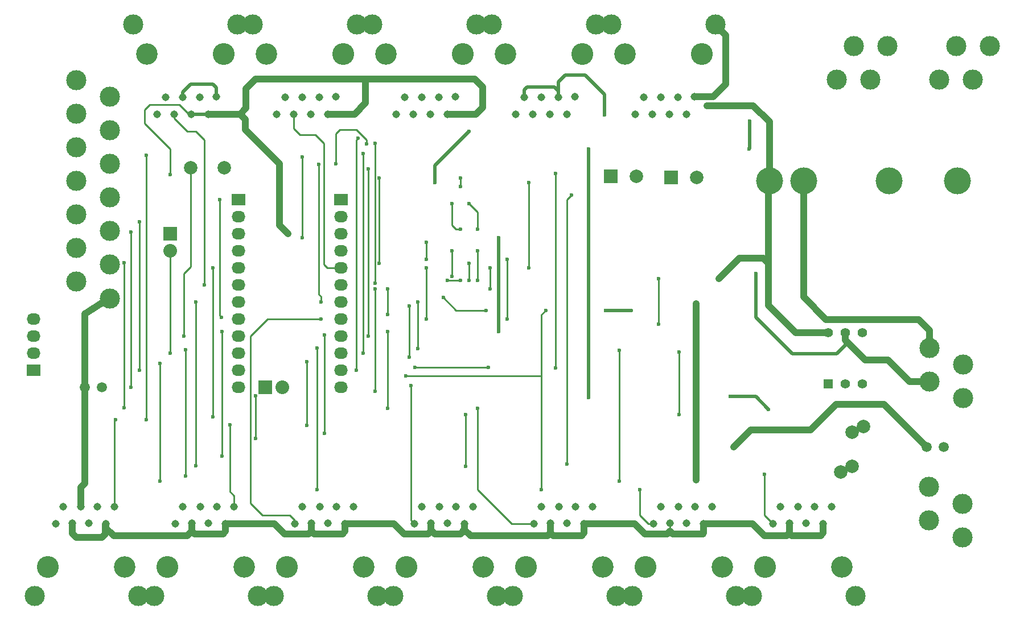
<source format=gbl>
G04 #@! TF.FileFunction,Copper,L2,Bot,Signal*
%FSLAX46Y46*%
G04 Gerber Fmt 4.6, Leading zero omitted, Abs format (unit mm)*
G04 Created by KiCad (PCBNEW (2015-05-13 BZR 5653)-product) date Tue 09 Jun 2015 09:53:39 PM CEST*
%MOMM*%
G01*
G04 APERTURE LIST*
%ADD10C,0.100000*%
%ADD11C,3.000000*%
%ADD12R,2.032000X2.032000*%
%ADD13O,2.032000X2.032000*%
%ADD14R,2.032000X1.727200*%
%ADD15O,2.032000X1.727200*%
%ADD16C,3.251200*%
%ADD17C,3.200400*%
%ADD18C,1.143000*%
%ADD19C,1.501140*%
%ADD20C,1.998980*%
%ADD21R,1.998980X1.998980*%
%ADD22R,1.397000X1.397000*%
%ADD23C,1.397000*%
%ADD24C,4.000000*%
%ADD25C,0.600000*%
%ADD26C,0.250000*%
%ADD27C,1.000000*%
%ADD28C,0.500000*%
G04 APERTURE END LIST*
D10*
D11*
X247474740Y-98672640D03*
X252476000Y-101172000D03*
X252476000Y-106172000D03*
X247474740Y-103672640D03*
D12*
X148780000Y-83820000D03*
D13*
X151320000Y-83820000D03*
D14*
X160020000Y-55880000D03*
D15*
X160020000Y-58420000D03*
X160020000Y-60960000D03*
X160020000Y-63500000D03*
X160020000Y-66040000D03*
X160020000Y-68580000D03*
X160020000Y-71120000D03*
X160020000Y-73660000D03*
X160020000Y-76200000D03*
X160020000Y-78740000D03*
X160020000Y-81280000D03*
X160020000Y-83820000D03*
D14*
X144780000Y-55880000D03*
D15*
X144780000Y-58420000D03*
X144780000Y-60960000D03*
X144780000Y-63500000D03*
X144780000Y-66040000D03*
X144780000Y-68580000D03*
X144780000Y-71120000D03*
X144780000Y-73660000D03*
X144780000Y-76200000D03*
X144780000Y-78740000D03*
X144780000Y-81280000D03*
X144780000Y-83820000D03*
D16*
X213741000Y-34188400D03*
D17*
X202285600Y-34188400D03*
D18*
X205079600Y-40640000D03*
X207619600Y-40665400D03*
X210134200Y-40665400D03*
X212608160Y-40622220D03*
X203809600Y-43180000D03*
X206349600Y-43180000D03*
X208864200Y-43180000D03*
X211429600Y-43180000D03*
D11*
X215741000Y-29840000D03*
X200280000Y-29840000D03*
D12*
X134620000Y-60960000D03*
D13*
X134620000Y-63500000D03*
D19*
X121920000Y-83820000D03*
X124460000Y-83820000D03*
X249682000Y-92710000D03*
X247142000Y-92710000D03*
D20*
X237792260Y-89689940D03*
X234393740Y-96492060D03*
X236093000Y-90551000D03*
X236093000Y-95631000D03*
D16*
X142621000Y-34188400D03*
D17*
X131165600Y-34188400D03*
D18*
X133959600Y-40640000D03*
X136499600Y-40665400D03*
X139014200Y-40665400D03*
X141488160Y-40622220D03*
X132689600Y-43180000D03*
X135229600Y-43180000D03*
X137744200Y-43180000D03*
X140309600Y-43180000D03*
D11*
X144621000Y-29840000D03*
X129160000Y-29840000D03*
D20*
X212979000Y-52578000D03*
D21*
X209169000Y-52578000D03*
D20*
X203962000Y-52451000D03*
D21*
X200152000Y-52451000D03*
D16*
X116459000Y-110591600D03*
D17*
X127914400Y-110591600D03*
D18*
X125120400Y-104140000D03*
X122580400Y-104114600D03*
X120065800Y-104114600D03*
X117591840Y-104157780D03*
X126390400Y-101600000D03*
X123850400Y-101600000D03*
X121335800Y-101600000D03*
X118770400Y-101600000D03*
D11*
X114459000Y-114940000D03*
X129920000Y-114940000D03*
D16*
X134239000Y-110591600D03*
D17*
X145694400Y-110591600D03*
D18*
X142900400Y-104140000D03*
X140360400Y-104114600D03*
X137845800Y-104114600D03*
X135371840Y-104157780D03*
X144170400Y-101600000D03*
X141630400Y-101600000D03*
X139115800Y-101600000D03*
X136550400Y-101600000D03*
D11*
X132239000Y-114940000D03*
X147700000Y-114940000D03*
D16*
X195961000Y-34188400D03*
D17*
X184505600Y-34188400D03*
D18*
X187299600Y-40640000D03*
X189839600Y-40665400D03*
X192354200Y-40665400D03*
X194828160Y-40622220D03*
X186029600Y-43180000D03*
X188569600Y-43180000D03*
X191084200Y-43180000D03*
X193649600Y-43180000D03*
D11*
X197961000Y-29840000D03*
X182500000Y-29840000D03*
D16*
X223139000Y-110591600D03*
D17*
X234594400Y-110591600D03*
D18*
X231800400Y-104140000D03*
X229260400Y-104114600D03*
X226745800Y-104114600D03*
X224271840Y-104157780D03*
X233070400Y-101600000D03*
X230530400Y-101600000D03*
X228015800Y-101600000D03*
X225450400Y-101600000D03*
D11*
X221139000Y-114940000D03*
X236600000Y-114940000D03*
X249040640Y-38021260D03*
X251540000Y-33020000D03*
X256540000Y-33020000D03*
X254040640Y-38021260D03*
X233800640Y-38021260D03*
X236300000Y-33020000D03*
X241300000Y-33020000D03*
X238800640Y-38021260D03*
X247601740Y-77971640D03*
X252603000Y-80471000D03*
X252603000Y-85471000D03*
X247601740Y-82971640D03*
D22*
X232537000Y-83312000D03*
D23*
X235077000Y-83312000D03*
X237617000Y-83312000D03*
X237617000Y-75692000D03*
X235077000Y-75692000D03*
X232537000Y-75692000D03*
D14*
X114300000Y-81280000D03*
D15*
X114300000Y-78740000D03*
X114300000Y-76200000D03*
X114300000Y-73660000D03*
D11*
X120650000Y-68100000D03*
X125651260Y-70599360D03*
X125651260Y-65599360D03*
X120650000Y-63100000D03*
X120650000Y-58100000D03*
X125651260Y-60599360D03*
X125651260Y-55599360D03*
X120650000Y-53100000D03*
X120650000Y-48100000D03*
X125651260Y-50599360D03*
X125651260Y-45599360D03*
X120650000Y-43100000D03*
X120650000Y-38100000D03*
X125651260Y-40599360D03*
D16*
X152019000Y-110591600D03*
D17*
X163474400Y-110591600D03*
D18*
X160680400Y-104140000D03*
X158140400Y-104114600D03*
X155625800Y-104114600D03*
X153151840Y-104157780D03*
X161950400Y-101600000D03*
X159410400Y-101600000D03*
X156895800Y-101600000D03*
X154330400Y-101600000D03*
D11*
X150019000Y-114940000D03*
X165480000Y-114940000D03*
D16*
X169799000Y-110591600D03*
D17*
X181254400Y-110591600D03*
D18*
X178460400Y-104140000D03*
X175920400Y-104114600D03*
X173405800Y-104114600D03*
X170931840Y-104157780D03*
X179730400Y-101600000D03*
X177190400Y-101600000D03*
X174675800Y-101600000D03*
X172110400Y-101600000D03*
D11*
X167799000Y-114940000D03*
X183260000Y-114940000D03*
D16*
X178181000Y-34188400D03*
D17*
X166725600Y-34188400D03*
D18*
X169519600Y-40640000D03*
X172059600Y-40665400D03*
X174574200Y-40665400D03*
X177048160Y-40622220D03*
X168249600Y-43180000D03*
X170789600Y-43180000D03*
X173304200Y-43180000D03*
X175869600Y-43180000D03*
D11*
X180181000Y-29840000D03*
X164720000Y-29840000D03*
D16*
X160401000Y-34188400D03*
D17*
X148945600Y-34188400D03*
D18*
X151739600Y-40640000D03*
X154279600Y-40665400D03*
X156794200Y-40665400D03*
X159268160Y-40622220D03*
X150469600Y-43180000D03*
X153009600Y-43180000D03*
X155524200Y-43180000D03*
X158089600Y-43180000D03*
D11*
X162401000Y-29840000D03*
X146940000Y-29840000D03*
D16*
X187579000Y-110591600D03*
D17*
X199034400Y-110591600D03*
D18*
X196240400Y-104140000D03*
X193700400Y-104114600D03*
X191185800Y-104114600D03*
X188711840Y-104157780D03*
X197510400Y-101600000D03*
X194970400Y-101600000D03*
X192455800Y-101600000D03*
X189890400Y-101600000D03*
D11*
X185579000Y-114940000D03*
X201040000Y-114940000D03*
D16*
X205359000Y-110591600D03*
D17*
X216814400Y-110591600D03*
D18*
X214020400Y-104140000D03*
X211480400Y-104114600D03*
X208965800Y-104114600D03*
X206491840Y-104157780D03*
X215290400Y-101600000D03*
X212750400Y-101600000D03*
X210235800Y-101600000D03*
X207670400Y-101600000D03*
D11*
X203359000Y-114940000D03*
X218820000Y-114940000D03*
D24*
X251714000Y-53086000D03*
X241554000Y-53086000D03*
X228854000Y-53086000D03*
X223774000Y-53086000D03*
D20*
X142707360Y-51181000D03*
X137706100Y-51181000D03*
D25*
X134620000Y-52197000D03*
X212852000Y-97663000D03*
X212852000Y-71374000D03*
X162401000Y-29840000D03*
X216281000Y-67691000D03*
X214503000Y-41910000D03*
X152146000Y-60960000D03*
X183515000Y-75565000D03*
X183515000Y-61595000D03*
X199390000Y-72390000D03*
X203200000Y-72390000D03*
X167005000Y-75565000D03*
X167005000Y-86995000D03*
X147320000Y-91440000D03*
X147320000Y-85090000D03*
X180340000Y-86995000D03*
X189865000Y-99060000D03*
X204470000Y-99060000D03*
X175260000Y-70485000D03*
X181610000Y-72390000D03*
X190500000Y-72390000D03*
X154940000Y-80010000D03*
X154940000Y-89535000D03*
X169672000Y-82169000D03*
X207264000Y-74422000D03*
X207264000Y-67691000D03*
X156464000Y-99060000D03*
X156464000Y-77978000D03*
X180340000Y-63500000D03*
X180340000Y-67945000D03*
X179070000Y-45720000D03*
X173990000Y-53340000D03*
X172720000Y-66040000D03*
X172720000Y-73660000D03*
X165100000Y-68326000D03*
X165100000Y-47498000D03*
X170434000Y-83566000D03*
X156718000Y-50673000D03*
X159258000Y-50546000D03*
X163830000Y-47625000D03*
X192000000Y-52000000D03*
X192000000Y-81000000D03*
X181991000Y-80899000D03*
X171069000Y-80899000D03*
X157099000Y-71120000D03*
X171450000Y-71120000D03*
X171450000Y-78105000D03*
X157099000Y-73660000D03*
X170180000Y-71755000D03*
X170180000Y-79375000D03*
X164084000Y-76200000D03*
X164084000Y-51308000D03*
X163322000Y-78740000D03*
X163322000Y-49022000D03*
X162306000Y-81280000D03*
X162560000Y-46736000D03*
X127762000Y-86868000D03*
X127762000Y-65278000D03*
X141986000Y-55880000D03*
X142240000Y-73406000D03*
X136652000Y-76200000D03*
X134620000Y-78740000D03*
X182245000Y-66040000D03*
X182245000Y-69215000D03*
X140970000Y-66040000D03*
X140970000Y-88265000D03*
X165100000Y-84455000D03*
X165100000Y-69215000D03*
X187960000Y-53340000D03*
X187960000Y-66040000D03*
X139700000Y-68580000D03*
X177800000Y-53975000D03*
X177800000Y-52705000D03*
X210312000Y-78613000D03*
X210312000Y-87884000D03*
X178562000Y-87884000D03*
X178562000Y-95631000D03*
X138430000Y-95504000D03*
X138430000Y-71120000D03*
X142367000Y-75565000D03*
X142367000Y-94107000D03*
X223012000Y-96774000D03*
X136906000Y-97028000D03*
X136906000Y-78232000D03*
X133096000Y-80264000D03*
X133096000Y-97790000D03*
X201422000Y-97790000D03*
X201422000Y-78359000D03*
X130048000Y-81280000D03*
X130048000Y-59182000D03*
X128778000Y-83820000D03*
X128778000Y-60706000D03*
X218440000Y-92710000D03*
X221742000Y-66929000D03*
X220726000Y-48387000D03*
X220853000Y-44196000D03*
X131064000Y-49276000D03*
X131064000Y-88646000D03*
X126492000Y-88646000D03*
X179070000Y-67945000D03*
X179070000Y-65405000D03*
X165735000Y-65405000D03*
X165735000Y-52705000D03*
X154305000Y-49530000D03*
X154305000Y-61595000D03*
X143510000Y-89408000D03*
X157607000Y-90678000D03*
X157607000Y-76073000D03*
X167005000Y-73025000D03*
X167005000Y-69215000D03*
X175895000Y-67945000D03*
X177800000Y-67945000D03*
X223647000Y-87122000D03*
X217932000Y-85217000D03*
X196850000Y-85344000D03*
X196850000Y-48387000D03*
X199263000Y-43307000D03*
X172720000Y-62230000D03*
X172720000Y-64770000D03*
X184785000Y-64770000D03*
X184785000Y-73660000D03*
X176530000Y-63500000D03*
X176530000Y-67310000D03*
X176530000Y-56515000D03*
X177800000Y-60325000D03*
X179070000Y-56515000D03*
X180340000Y-60325000D03*
X194310000Y-55245000D03*
X193675000Y-95250000D03*
D26*
X137744200Y-43180000D02*
X137414000Y-43180000D01*
X137414000Y-43180000D02*
X136017000Y-41783000D01*
X134620000Y-48387000D02*
X134620000Y-52197000D01*
X130810000Y-44577000D02*
X134620000Y-48387000D01*
X130810000Y-42545000D02*
X130810000Y-44577000D01*
X131572000Y-41783000D02*
X130810000Y-42545000D01*
X136017000Y-41783000D02*
X131572000Y-41783000D01*
D27*
X212852000Y-79502000D02*
X212852000Y-97663000D01*
X212852000Y-71374000D02*
X212852000Y-79502000D01*
D28*
X137744200Y-43180000D02*
X140309600Y-43180000D01*
D27*
X163703000Y-41529000D02*
X163703000Y-37973000D01*
X158089600Y-43180000D02*
X162052000Y-43180000D01*
X145034000Y-43180000D02*
X145923000Y-42291000D01*
X140309600Y-43180000D02*
X144780000Y-43180000D01*
X163576000Y-37973000D02*
X163703000Y-37973000D01*
X147320000Y-37973000D02*
X163576000Y-37973000D01*
X145923000Y-39370000D02*
X147320000Y-37973000D01*
X145923000Y-42291000D02*
X145923000Y-39370000D01*
X162052000Y-43180000D02*
X163703000Y-41529000D01*
D26*
X162401000Y-30448000D02*
X162401000Y-29840000D01*
D27*
X222885000Y-64643000D02*
X223647000Y-65405000D01*
X219329000Y-64643000D02*
X222885000Y-64643000D01*
X216281000Y-67691000D02*
X219329000Y-64643000D01*
X121920000Y-83820000D02*
X121920000Y-98171000D01*
X121335800Y-98755200D02*
X121335800Y-101600000D01*
X121920000Y-98171000D02*
X121335800Y-98755200D01*
X125651260Y-70599360D02*
X125488640Y-70599360D01*
X125488640Y-70599360D02*
X121920000Y-72898000D01*
X121920000Y-72898000D02*
X121920000Y-83820000D01*
D26*
X132239000Y-114586000D02*
X132239000Y-114940000D01*
D27*
X214503000Y-41910000D02*
X221361000Y-41910000D01*
X221361000Y-41910000D02*
X223774000Y-44323000D01*
X223774000Y-44323000D02*
X223774000Y-53086000D01*
X217297000Y-31396000D02*
X215741000Y-29840000D01*
X217297000Y-38735000D02*
X217297000Y-31396000D01*
X215409780Y-40622220D02*
X217297000Y-38735000D01*
X212608160Y-40622220D02*
X215409780Y-40622220D01*
X223647000Y-53213000D02*
X223774000Y-53086000D01*
X227711000Y-75692000D02*
X223647000Y-71628000D01*
X232537000Y-75692000D02*
X227711000Y-75692000D01*
X223647000Y-71628000D02*
X223647000Y-65405000D01*
X223647000Y-65405000D02*
X223647000Y-53213000D01*
X179959000Y-37973000D02*
X181102000Y-39116000D01*
X181102000Y-39116000D02*
X181102000Y-42164000D01*
X181102000Y-42164000D02*
X180086000Y-43180000D01*
X180086000Y-43180000D02*
X175869600Y-43180000D01*
X163576000Y-37973000D02*
X179959000Y-37973000D01*
X145796000Y-43942000D02*
X145796000Y-45466000D01*
X145796000Y-45466000D02*
X150876000Y-50546000D01*
X150876000Y-50546000D02*
X150876000Y-59690000D01*
X150876000Y-59690000D02*
X152146000Y-60960000D01*
X145034000Y-43180000D02*
X145796000Y-43942000D01*
X144780000Y-43180000D02*
X145034000Y-43180000D01*
D26*
X173355000Y-43230800D02*
X173304200Y-43180000D01*
D28*
X183515000Y-61595000D02*
X183515000Y-75565000D01*
X199390000Y-72390000D02*
X203200000Y-72390000D01*
D26*
X188711840Y-104157780D02*
X188711840Y-104002840D01*
X188722000Y-104167940D02*
X188711840Y-104157780D01*
X167005000Y-86995000D02*
X167005000Y-75565000D01*
X147320000Y-85090000D02*
X147320000Y-91440000D01*
X185437780Y-104157780D02*
X180340000Y-99060000D01*
X180340000Y-99060000D02*
X180340000Y-86995000D01*
X188711840Y-104157780D02*
X185437780Y-104157780D01*
X206491840Y-104157780D02*
X206265780Y-104157780D01*
X211455000Y-104140000D02*
X211480400Y-104114600D01*
X205757780Y-104157780D02*
X206491840Y-104157780D01*
X189865000Y-85090000D02*
X189865000Y-99060000D01*
X204470000Y-99060000D02*
X204470000Y-102870000D01*
X204470000Y-102870000D02*
X205757780Y-104157780D01*
X189865000Y-82169000D02*
X189865000Y-85090000D01*
X175260000Y-70485000D02*
X177165000Y-72390000D01*
X177165000Y-72390000D02*
X181610000Y-72390000D01*
X190500000Y-72390000D02*
X189865000Y-73025000D01*
X189865000Y-73025000D02*
X189865000Y-82169000D01*
X154940000Y-80010000D02*
X154940000Y-89535000D01*
X169672000Y-82169000D02*
X189865000Y-82169000D01*
X207264000Y-67691000D02*
X207264000Y-74422000D01*
D27*
X120065800Y-104114600D02*
X120065800Y-105587800D01*
X124968000Y-105664000D02*
X124968000Y-104292400D01*
X124460000Y-106172000D02*
X124968000Y-105664000D01*
X123952000Y-106172000D02*
X124460000Y-106172000D01*
X120650000Y-106172000D02*
X123952000Y-106172000D01*
X120065800Y-105587800D02*
X120650000Y-106172000D01*
X124968000Y-104292400D02*
X125120400Y-104140000D01*
X226745800Y-104114600D02*
X226745800Y-105587800D01*
X226745800Y-105587800D02*
X227076000Y-105918000D01*
X227076000Y-105918000D02*
X231394000Y-105918000D01*
X231394000Y-105918000D02*
X231800400Y-105511600D01*
X231800400Y-105511600D02*
X231800400Y-104140000D01*
X214020400Y-104140000D02*
X221234000Y-104140000D01*
X221234000Y-104140000D02*
X223012000Y-105918000D01*
X223012000Y-105918000D02*
X226314000Y-105918000D01*
X226314000Y-105918000D02*
X226745800Y-105486200D01*
X226745800Y-105486200D02*
X226745800Y-104114600D01*
D26*
X208965800Y-104114600D02*
X208965800Y-105232200D01*
D27*
X208965800Y-105232200D02*
X209397600Y-105664000D01*
X209397600Y-105664000D02*
X213868000Y-105664000D01*
X213868000Y-105664000D02*
X214020400Y-105511600D01*
X214020400Y-105511600D02*
X214020400Y-104140000D01*
X196240400Y-104140000D02*
X203708000Y-104140000D01*
X203708000Y-104140000D02*
X205232000Y-105664000D01*
X205232000Y-105664000D02*
X208534000Y-105664000D01*
X208534000Y-105664000D02*
X208965800Y-105232200D01*
X191185800Y-104114600D02*
X191185800Y-105486200D01*
X191185800Y-105486200D02*
X191617600Y-105918000D01*
X191617600Y-105918000D02*
X195834000Y-105918000D01*
X195834000Y-105918000D02*
X196240400Y-105511600D01*
X196240400Y-105511600D02*
X196240400Y-104140000D01*
X178460400Y-104140000D02*
X178460400Y-105054400D01*
X178460400Y-105054400D02*
X179324000Y-105918000D01*
X179324000Y-105918000D02*
X190754000Y-105918000D01*
X190754000Y-105918000D02*
X191185800Y-105486200D01*
D26*
X156464000Y-77978000D02*
X156464000Y-99060000D01*
D27*
X173405800Y-104114600D02*
X173405800Y-105079800D01*
X173405800Y-105079800D02*
X173990000Y-105664000D01*
X173990000Y-105664000D02*
X177800000Y-105664000D01*
X177800000Y-105664000D02*
X178460400Y-105003600D01*
X178460400Y-105003600D02*
X178460400Y-104140000D01*
X160680400Y-104140000D02*
X167894000Y-104140000D01*
X173405800Y-105232200D02*
X173405800Y-104114600D01*
X172974000Y-105664000D02*
X173405800Y-105232200D01*
X169418000Y-105664000D02*
X172974000Y-105664000D01*
X167894000Y-104140000D02*
X169418000Y-105664000D01*
X155625800Y-104114600D02*
X155625800Y-105232200D01*
X155625800Y-105232200D02*
X156057600Y-105664000D01*
X160680400Y-105257600D02*
X160680400Y-104140000D01*
X160274000Y-105664000D02*
X160680400Y-105257600D01*
X156057600Y-105664000D02*
X160274000Y-105664000D01*
X142900400Y-104140000D02*
X150114000Y-104140000D01*
X150114000Y-104140000D02*
X151638000Y-105664000D01*
X151638000Y-105664000D02*
X155194000Y-105664000D01*
X155194000Y-105664000D02*
X155625800Y-105232200D01*
X137845800Y-104114600D02*
X137845800Y-105232200D01*
X137845800Y-105232200D02*
X138277600Y-105664000D01*
X138277600Y-105664000D02*
X142494000Y-105664000D01*
X142494000Y-105664000D02*
X142900400Y-105257600D01*
X142900400Y-105257600D02*
X142900400Y-104140000D01*
X125120400Y-104140000D02*
X125120400Y-104800400D01*
X125120400Y-104800400D02*
X126238000Y-105918000D01*
X126238000Y-105918000D02*
X137160000Y-105918000D01*
X137160000Y-105918000D02*
X137845800Y-105232200D01*
D26*
X180340000Y-63500000D02*
X180340000Y-67945000D01*
D28*
X179070000Y-45720000D02*
X173990000Y-50800000D01*
X173990000Y-50800000D02*
X173990000Y-53340000D01*
D26*
X153009600Y-43180000D02*
X153009600Y-45313600D01*
X157988000Y-66040000D02*
X160020000Y-66040000D01*
X157480000Y-65532000D02*
X157988000Y-66040000D01*
X157480000Y-47498000D02*
X157480000Y-65532000D01*
X156210000Y-46228000D02*
X157480000Y-47498000D01*
X153924000Y-46228000D02*
X156210000Y-46228000D01*
X153009600Y-45313600D02*
X153924000Y-46228000D01*
X172720000Y-66040000D02*
X172720000Y-73660000D01*
X165100000Y-47498000D02*
X165100000Y-68326000D01*
X170434000Y-103632000D02*
X170931840Y-104129840D01*
X170434000Y-83566000D02*
X170434000Y-103632000D01*
X170931840Y-104129840D02*
X170931840Y-104157780D01*
X157099000Y-70358000D02*
X157099000Y-71120000D01*
X156718000Y-69977000D02*
X157099000Y-70358000D01*
X156718000Y-50673000D02*
X156718000Y-69977000D01*
X159258000Y-46101000D02*
X159258000Y-50546000D01*
X159893000Y-45466000D02*
X159258000Y-46101000D01*
X162306000Y-45466000D02*
X159893000Y-45466000D01*
X163830000Y-46990000D02*
X162306000Y-45466000D01*
X163830000Y-47625000D02*
X163830000Y-46990000D01*
X192000000Y-81000000D02*
X192000000Y-52000000D01*
X171069000Y-80899000D02*
X181991000Y-80899000D01*
X170931840Y-104129840D02*
X170931840Y-104157780D01*
X170942000Y-104167940D02*
X170931840Y-104157780D01*
X170931840Y-104157780D02*
X170832780Y-104157780D01*
X171450000Y-71120000D02*
X171450000Y-78105000D01*
X146558000Y-90170000D02*
X146558000Y-101092000D01*
X152400000Y-102870000D02*
X153151840Y-103621840D01*
X148336000Y-102870000D02*
X152400000Y-102870000D01*
X146558000Y-101092000D02*
X148336000Y-102870000D01*
X153151840Y-103621840D02*
X153151840Y-104157780D01*
X146558000Y-76200000D02*
X146558000Y-90170000D01*
X149098000Y-73660000D02*
X146558000Y-76200000D01*
X157099000Y-73660000D02*
X149098000Y-73660000D01*
X153289000Y-104294940D02*
X153151840Y-104157780D01*
X170180000Y-71755000D02*
X170180000Y-79375000D01*
X164084000Y-51308000D02*
X164084000Y-76200000D01*
X163322000Y-49022000D02*
X163322000Y-78740000D01*
X162306000Y-46990000D02*
X162306000Y-81280000D01*
X162560000Y-46736000D02*
X162306000Y-46990000D01*
X127762000Y-65278000D02*
X127762000Y-86868000D01*
X126873000Y-66040000D02*
X124714000Y-66040000D01*
X141986000Y-73152000D02*
X141986000Y-55880000D01*
X142240000Y-73406000D02*
X141986000Y-73152000D01*
X114427000Y-76200000D02*
X114300000Y-76200000D01*
X134620000Y-78740000D02*
X134620000Y-63500000D01*
X182245000Y-66040000D02*
X182245000Y-69215000D01*
X140970000Y-66040000D02*
X140970000Y-88265000D01*
X165100000Y-84455000D02*
X165100000Y-69215000D01*
X187960000Y-53340000D02*
X187960000Y-66040000D01*
X135229600Y-43180000D02*
X135229600Y-43789600D01*
X139700000Y-46990000D02*
X139700000Y-68580000D01*
X138430000Y-45720000D02*
X139700000Y-46990000D01*
X137160000Y-45720000D02*
X138430000Y-45720000D01*
X135229600Y-43789600D02*
X137160000Y-45720000D01*
D28*
X137668000Y-38735000D02*
X140970000Y-38735000D01*
X140970000Y-38735000D02*
X141488160Y-39253160D01*
X141488160Y-39253160D02*
X141488160Y-40622220D01*
X136499600Y-40665400D02*
X136499600Y-39903400D01*
X136499600Y-39903400D02*
X137668000Y-38735000D01*
D26*
X177800000Y-53975000D02*
X177800000Y-52705000D01*
X210312000Y-87884000D02*
X210312000Y-78613000D01*
X178562000Y-95631000D02*
X178562000Y-87884000D01*
X138430000Y-71120000D02*
X138430000Y-95504000D01*
X142367000Y-94107000D02*
X142367000Y-75565000D01*
X233045000Y-101574600D02*
X233070400Y-101600000D01*
X223012000Y-102870000D02*
X224271840Y-104129840D01*
X223012000Y-96774000D02*
X223012000Y-102870000D01*
X136906000Y-78232000D02*
X136906000Y-97028000D01*
X224271840Y-104129840D02*
X224271840Y-104157780D01*
X224271840Y-103875840D02*
X224271840Y-104157780D01*
X224271840Y-104157780D02*
X224172780Y-104157780D01*
X133096000Y-80264000D02*
X133096000Y-97790000D01*
X201422000Y-97790000D02*
X201422000Y-78359000D01*
X130048000Y-59182000D02*
X130048000Y-81280000D01*
X128778000Y-60706000D02*
X128778000Y-83820000D01*
D27*
X240792000Y-86360000D02*
X247142000Y-92710000D01*
X233680000Y-86360000D02*
X240792000Y-86360000D01*
X229870000Y-90170000D02*
X233680000Y-86360000D01*
X220980000Y-90170000D02*
X229870000Y-90170000D01*
X218440000Y-92710000D02*
X220980000Y-90170000D01*
X228854000Y-70408800D02*
X232206800Y-73761600D01*
X232206800Y-73761600D02*
X245973600Y-73761600D01*
X245973600Y-73761600D02*
X247601740Y-75389740D01*
X247601740Y-75389740D02*
X247601740Y-77971640D01*
X228854000Y-53086000D02*
X228854000Y-70408800D01*
D28*
X233807000Y-78867000D02*
X227203000Y-78867000D01*
X227203000Y-78867000D02*
X221742000Y-73406000D01*
X221742000Y-73406000D02*
X221742000Y-66929000D01*
X220726000Y-48387000D02*
X220853000Y-48260000D01*
X220853000Y-48260000D02*
X220853000Y-44196000D01*
X235077000Y-75692000D02*
X235077000Y-77597000D01*
X235077000Y-77597000D02*
X233807000Y-78867000D01*
D27*
X235077000Y-75692000D02*
X235077000Y-76835000D01*
X244642640Y-82971640D02*
X247601740Y-82971640D01*
X241427000Y-79756000D02*
X244642640Y-82971640D01*
X237998000Y-79756000D02*
X241427000Y-79756000D01*
X235077000Y-76835000D02*
X237998000Y-79756000D01*
D26*
X126390400Y-101600000D02*
X126390400Y-88747600D01*
X131064000Y-88646000D02*
X131064000Y-49276000D01*
X126390400Y-88747600D02*
X126492000Y-88646000D01*
X117602000Y-104167940D02*
X117591840Y-104157780D01*
X179070000Y-67945000D02*
X179070000Y-65405000D01*
X165735000Y-65405000D02*
X165735000Y-52705000D01*
X154305000Y-49530000D02*
X154305000Y-61595000D01*
X144170400Y-99974400D02*
X144170400Y-101600000D01*
X143510000Y-99314000D02*
X144170400Y-99974400D01*
X143510000Y-89408000D02*
X143510000Y-99314000D01*
X157607000Y-76073000D02*
X157607000Y-90678000D01*
X140462000Y-104216200D02*
X140360400Y-104114600D01*
X167005000Y-73025000D02*
X167005000Y-69215000D01*
X175895000Y-67945000D02*
X177800000Y-67945000D01*
D28*
X223647000Y-87122000D02*
X221742000Y-85217000D01*
X221742000Y-85217000D02*
X217932000Y-85217000D01*
X196850000Y-85344000D02*
X196850000Y-48387000D01*
X199263000Y-43307000D02*
X199263000Y-40259000D01*
X199263000Y-40259000D02*
X196342000Y-37338000D01*
X196342000Y-37338000D02*
X193421000Y-37338000D01*
X193421000Y-37338000D02*
X192354200Y-38404800D01*
X192354200Y-38404800D02*
X192354200Y-40665400D01*
X192354200Y-39700200D02*
X192354200Y-40665400D01*
X191770000Y-39116000D02*
X192354200Y-39700200D01*
X187706000Y-39116000D02*
X191770000Y-39116000D01*
X187299600Y-39522400D02*
X187706000Y-39116000D01*
X187299600Y-40640000D02*
X187299600Y-39522400D01*
D26*
X172720000Y-62230000D02*
X172720000Y-64770000D01*
X184785000Y-64770000D02*
X184785000Y-73660000D01*
X176530000Y-63500000D02*
X176530000Y-67310000D01*
X176530000Y-56515000D02*
X176530000Y-59690000D01*
X176530000Y-59690000D02*
X177165000Y-60325000D01*
X177165000Y-60325000D02*
X177800000Y-60325000D01*
X179070000Y-56515000D02*
X180340000Y-57785000D01*
X180340000Y-57785000D02*
X180340000Y-60325000D01*
X194310000Y-55245000D02*
X193675000Y-55880000D01*
X193675000Y-55880000D02*
X193675000Y-95250000D01*
X136652000Y-66929000D02*
X137706100Y-65874900D01*
X136652000Y-76200000D02*
X136652000Y-66929000D01*
X137706100Y-65874900D02*
X137706100Y-51181000D01*
M02*

</source>
